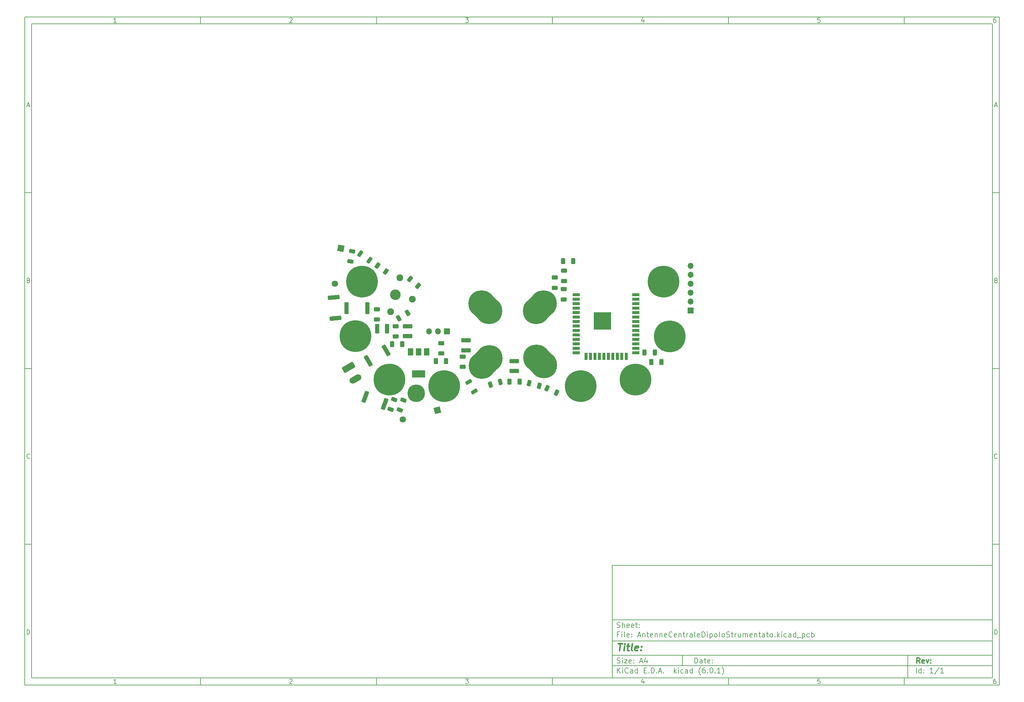
<source format=gts>
G04 #@! TF.GenerationSoftware,KiCad,Pcbnew,(6.0.1)*
G04 #@! TF.CreationDate,2022-01-29T22:50:14+01:00*
G04 #@! TF.ProjectId,AntenneCentraleDipoloStrumentato,416e7465-6e6e-4654-9365-6e7472616c65,rev?*
G04 #@! TF.SameCoordinates,Original*
G04 #@! TF.FileFunction,Soldermask,Top*
G04 #@! TF.FilePolarity,Negative*
%FSLAX46Y46*%
G04 Gerber Fmt 4.6, Leading zero omitted, Abs format (unit mm)*
G04 Created by KiCad (PCBNEW (6.0.1)) date 2022-01-29 22:50:14*
%MOMM*%
%LPD*%
G01*
G04 APERTURE LIST*
G04 Aperture macros list*
%AMRoundRect*
0 Rectangle with rounded corners*
0 $1 Rounding radius*
0 $2 $3 $4 $5 $6 $7 $8 $9 X,Y pos of 4 corners*
0 Add a 4 corners polygon primitive as box body*
4,1,4,$2,$3,$4,$5,$6,$7,$8,$9,$2,$3,0*
0 Add four circle primitives for the rounded corners*
1,1,$1+$1,$2,$3*
1,1,$1+$1,$4,$5*
1,1,$1+$1,$6,$7*
1,1,$1+$1,$8,$9*
0 Add four rect primitives between the rounded corners*
20,1,$1+$1,$2,$3,$4,$5,0*
20,1,$1+$1,$4,$5,$6,$7,0*
20,1,$1+$1,$6,$7,$8,$9,0*
20,1,$1+$1,$8,$9,$2,$3,0*%
%AMHorizOval*
0 Thick line with rounded ends*
0 $1 width*
0 $2 $3 position (X,Y) of the first rounded end (center of the circle)*
0 $4 $5 position (X,Y) of the second rounded end (center of the circle)*
0 Add line between two ends*
20,1,$1,$2,$3,$4,$5,0*
0 Add two circle primitives to create the rounded ends*
1,1,$1,$2,$3*
1,1,$1,$4,$5*%
%AMRotRect*
0 Rectangle, with rotation*
0 The origin of the aperture is its center*
0 $1 length*
0 $2 width*
0 $3 Rotation angle, in degrees counterclockwise*
0 Add horizontal line*
21,1,$1,$2,0,0,$3*%
G04 Aperture macros list end*
%ADD10C,0.100000*%
%ADD11C,0.150000*%
%ADD12C,0.300000*%
%ADD13C,0.400000*%
%ADD14RoundRect,0.250000X-0.312500X-0.625000X0.312500X-0.625000X0.312500X0.625000X-0.312500X0.625000X0*%
%ADD15RoundRect,0.250000X0.547358X0.434374X-0.019085X0.698511X-0.547358X-0.434374X0.019085X-0.698511X0*%
%ADD16RoundRect,0.250000X0.641131X0.277907X0.162353X0.679649X-0.641131X-0.277907X-0.162353X-0.679649X0*%
%ADD17RoundRect,0.250000X0.625000X-0.312500X0.625000X0.312500X-0.625000X0.312500X-0.625000X-0.312500X0*%
%ADD18RoundRect,0.250000X0.743718X0.111843X0.468718X0.588157X-0.743718X-0.111843X-0.468718X-0.588157X0*%
%ADD19RoundRect,0.250000X0.312500X0.625000X-0.312500X0.625000X-0.312500X-0.625000X0.312500X-0.625000X0*%
%ADD20RoundRect,0.250000X-0.625000X0.312500X-0.625000X-0.312500X0.625000X-0.312500X0.625000X0.312500X0*%
%ADD21RoundRect,0.250000X1.451171X-0.236924X1.387983X0.485318X-1.451171X0.236924X-1.387983X-0.485318X0*%
%ADD22HorizOval,7.500000X1.060660X-1.060660X-1.060660X1.060660X0*%
%ADD23C,0.900000*%
%ADD24C,9.000000*%
%ADD25R,1.500000X2.000000*%
%ADD26R,3.800000X2.000000*%
%ADD27HorizOval,7.500000X-1.060660X1.060660X1.060660X-1.060660X0*%
%ADD28RoundRect,0.250000X-0.041867X0.697516X-0.583133X0.385016X0.041867X-0.697516X0.583133X-0.385016X0*%
%ADD29C,3.000000*%
%ADD30C,1.950000*%
%ADD31RotRect,1.800000X1.800000X195.000000*%
%ADD32HorizOval,1.800000X0.000000X0.000000X0.000000X0.000000X0*%
%ADD33RoundRect,0.250000X0.614470X0.332727X0.102500X0.691213X-0.614470X-0.332727X-0.102500X-0.691213X0*%
%ADD34RoundRect,0.250000X0.828017X1.215080X0.146740X1.463044X-0.828017X-1.215080X-0.146740X-1.463044X0*%
%ADD35RoundRect,0.250000X-0.398566X1.415336X-1.026434X1.052836X0.398566X-1.415336X1.026434X-1.052836X0*%
%ADD36HorizOval,7.500000X1.060660X1.060660X-1.060660X-1.060660X0*%
%ADD37R,1.700000X1.700000*%
%ADD38O,1.700000X1.700000*%
%ADD39RoundRect,0.250000X0.561240X-0.416283X0.669770X0.199222X-0.561240X0.416283X-0.669770X-0.199222X0*%
%ADD40RoundRect,0.250000X0.480427X-0.507417X0.694189X0.079891X-0.480427X0.507417X-0.694189X-0.079891X0*%
%ADD41RoundRect,0.250000X0.140090X0.684585X-0.463614X0.522823X-0.140090X-0.684585X0.463614X-0.522823X0*%
%ADD42RoundRect,0.250000X0.463614X0.522823X-0.140090X0.684585X-0.463614X-0.522823X0.140090X-0.684585X0*%
%ADD43HorizOval,7.500000X-1.060660X-1.060660X1.060660X1.060660X0*%
%ADD44RoundRect,0.250000X-0.362500X-1.425000X0.362500X-1.425000X0.362500X1.425000X-0.362500X1.425000X0*%
%ADD45RoundRect,0.250000X-1.667339X-0.212083X-1.017339X-1.337917X1.667339X0.212083X1.017339X1.337917X0*%
%ADD46HorizOval,1.800000X-0.779423X-0.450000X0.779423X0.450000X0*%
%ADD47RoundRect,0.250000X1.075000X-0.375000X1.075000X0.375000X-1.075000X0.375000X-1.075000X-0.375000X0*%
%ADD48RotRect,1.800000X1.800000X260.000000*%
%ADD49HorizOval,1.800000X0.000000X0.000000X0.000000X0.000000X0*%
%ADD50R,5.000000X5.000000*%
%ADD51R,2.000000X0.900000*%
%ADD52R,0.900000X2.000000*%
%ADD53RoundRect,0.250000X-0.375000X-1.075000X0.375000X-1.075000X0.375000X1.075000X-0.375000X1.075000X0*%
%ADD54RoundRect,0.250000X0.626770X0.415673X0.176237X0.731140X-0.626770X-0.415673X-0.176237X-0.731140X0*%
%ADD55C,0.800000*%
%ADD56C,5.000000*%
G04 APERTURE END LIST*
D10*
D11*
X177002200Y-166007200D02*
X177002200Y-198007200D01*
X285002200Y-198007200D01*
X285002200Y-166007200D01*
X177002200Y-166007200D01*
D10*
D11*
X10000000Y-10000000D02*
X10000000Y-200007200D01*
X287002200Y-200007200D01*
X287002200Y-10000000D01*
X10000000Y-10000000D01*
D10*
D11*
X12000000Y-12000000D02*
X12000000Y-198007200D01*
X285002200Y-198007200D01*
X285002200Y-12000000D01*
X12000000Y-12000000D01*
D10*
D11*
X60000000Y-12000000D02*
X60000000Y-10000000D01*
D10*
D11*
X110000000Y-12000000D02*
X110000000Y-10000000D01*
D10*
D11*
X160000000Y-12000000D02*
X160000000Y-10000000D01*
D10*
D11*
X210000000Y-12000000D02*
X210000000Y-10000000D01*
D10*
D11*
X260000000Y-12000000D02*
X260000000Y-10000000D01*
D10*
D11*
X36065476Y-11588095D02*
X35322619Y-11588095D01*
X35694047Y-11588095D02*
X35694047Y-10288095D01*
X35570238Y-10473809D01*
X35446428Y-10597619D01*
X35322619Y-10659523D01*
D10*
D11*
X85322619Y-10411904D02*
X85384523Y-10350000D01*
X85508333Y-10288095D01*
X85817857Y-10288095D01*
X85941666Y-10350000D01*
X86003571Y-10411904D01*
X86065476Y-10535714D01*
X86065476Y-10659523D01*
X86003571Y-10845238D01*
X85260714Y-11588095D01*
X86065476Y-11588095D01*
D10*
D11*
X135260714Y-10288095D02*
X136065476Y-10288095D01*
X135632142Y-10783333D01*
X135817857Y-10783333D01*
X135941666Y-10845238D01*
X136003571Y-10907142D01*
X136065476Y-11030952D01*
X136065476Y-11340476D01*
X136003571Y-11464285D01*
X135941666Y-11526190D01*
X135817857Y-11588095D01*
X135446428Y-11588095D01*
X135322619Y-11526190D01*
X135260714Y-11464285D01*
D10*
D11*
X185941666Y-10721428D02*
X185941666Y-11588095D01*
X185632142Y-10226190D02*
X185322619Y-11154761D01*
X186127380Y-11154761D01*
D10*
D11*
X236003571Y-10288095D02*
X235384523Y-10288095D01*
X235322619Y-10907142D01*
X235384523Y-10845238D01*
X235508333Y-10783333D01*
X235817857Y-10783333D01*
X235941666Y-10845238D01*
X236003571Y-10907142D01*
X236065476Y-11030952D01*
X236065476Y-11340476D01*
X236003571Y-11464285D01*
X235941666Y-11526190D01*
X235817857Y-11588095D01*
X235508333Y-11588095D01*
X235384523Y-11526190D01*
X235322619Y-11464285D01*
D10*
D11*
X285941666Y-10288095D02*
X285694047Y-10288095D01*
X285570238Y-10350000D01*
X285508333Y-10411904D01*
X285384523Y-10597619D01*
X285322619Y-10845238D01*
X285322619Y-11340476D01*
X285384523Y-11464285D01*
X285446428Y-11526190D01*
X285570238Y-11588095D01*
X285817857Y-11588095D01*
X285941666Y-11526190D01*
X286003571Y-11464285D01*
X286065476Y-11340476D01*
X286065476Y-11030952D01*
X286003571Y-10907142D01*
X285941666Y-10845238D01*
X285817857Y-10783333D01*
X285570238Y-10783333D01*
X285446428Y-10845238D01*
X285384523Y-10907142D01*
X285322619Y-11030952D01*
D10*
D11*
X60000000Y-198007200D02*
X60000000Y-200007200D01*
D10*
D11*
X110000000Y-198007200D02*
X110000000Y-200007200D01*
D10*
D11*
X160000000Y-198007200D02*
X160000000Y-200007200D01*
D10*
D11*
X210000000Y-198007200D02*
X210000000Y-200007200D01*
D10*
D11*
X260000000Y-198007200D02*
X260000000Y-200007200D01*
D10*
D11*
X36065476Y-199595295D02*
X35322619Y-199595295D01*
X35694047Y-199595295D02*
X35694047Y-198295295D01*
X35570238Y-198481009D01*
X35446428Y-198604819D01*
X35322619Y-198666723D01*
D10*
D11*
X85322619Y-198419104D02*
X85384523Y-198357200D01*
X85508333Y-198295295D01*
X85817857Y-198295295D01*
X85941666Y-198357200D01*
X86003571Y-198419104D01*
X86065476Y-198542914D01*
X86065476Y-198666723D01*
X86003571Y-198852438D01*
X85260714Y-199595295D01*
X86065476Y-199595295D01*
D10*
D11*
X135260714Y-198295295D02*
X136065476Y-198295295D01*
X135632142Y-198790533D01*
X135817857Y-198790533D01*
X135941666Y-198852438D01*
X136003571Y-198914342D01*
X136065476Y-199038152D01*
X136065476Y-199347676D01*
X136003571Y-199471485D01*
X135941666Y-199533390D01*
X135817857Y-199595295D01*
X135446428Y-199595295D01*
X135322619Y-199533390D01*
X135260714Y-199471485D01*
D10*
D11*
X185941666Y-198728628D02*
X185941666Y-199595295D01*
X185632142Y-198233390D02*
X185322619Y-199161961D01*
X186127380Y-199161961D01*
D10*
D11*
X236003571Y-198295295D02*
X235384523Y-198295295D01*
X235322619Y-198914342D01*
X235384523Y-198852438D01*
X235508333Y-198790533D01*
X235817857Y-198790533D01*
X235941666Y-198852438D01*
X236003571Y-198914342D01*
X236065476Y-199038152D01*
X236065476Y-199347676D01*
X236003571Y-199471485D01*
X235941666Y-199533390D01*
X235817857Y-199595295D01*
X235508333Y-199595295D01*
X235384523Y-199533390D01*
X235322619Y-199471485D01*
D10*
D11*
X285941666Y-198295295D02*
X285694047Y-198295295D01*
X285570238Y-198357200D01*
X285508333Y-198419104D01*
X285384523Y-198604819D01*
X285322619Y-198852438D01*
X285322619Y-199347676D01*
X285384523Y-199471485D01*
X285446428Y-199533390D01*
X285570238Y-199595295D01*
X285817857Y-199595295D01*
X285941666Y-199533390D01*
X286003571Y-199471485D01*
X286065476Y-199347676D01*
X286065476Y-199038152D01*
X286003571Y-198914342D01*
X285941666Y-198852438D01*
X285817857Y-198790533D01*
X285570238Y-198790533D01*
X285446428Y-198852438D01*
X285384523Y-198914342D01*
X285322619Y-199038152D01*
D10*
D11*
X10000000Y-60000000D02*
X12000000Y-60000000D01*
D10*
D11*
X10000000Y-110000000D02*
X12000000Y-110000000D01*
D10*
D11*
X10000000Y-160000000D02*
X12000000Y-160000000D01*
D10*
D11*
X10690476Y-35216666D02*
X11309523Y-35216666D01*
X10566666Y-35588095D02*
X11000000Y-34288095D01*
X11433333Y-35588095D01*
D10*
D11*
X11092857Y-84907142D02*
X11278571Y-84969047D01*
X11340476Y-85030952D01*
X11402380Y-85154761D01*
X11402380Y-85340476D01*
X11340476Y-85464285D01*
X11278571Y-85526190D01*
X11154761Y-85588095D01*
X10659523Y-85588095D01*
X10659523Y-84288095D01*
X11092857Y-84288095D01*
X11216666Y-84350000D01*
X11278571Y-84411904D01*
X11340476Y-84535714D01*
X11340476Y-84659523D01*
X11278571Y-84783333D01*
X11216666Y-84845238D01*
X11092857Y-84907142D01*
X10659523Y-84907142D01*
D10*
D11*
X11402380Y-135464285D02*
X11340476Y-135526190D01*
X11154761Y-135588095D01*
X11030952Y-135588095D01*
X10845238Y-135526190D01*
X10721428Y-135402380D01*
X10659523Y-135278571D01*
X10597619Y-135030952D01*
X10597619Y-134845238D01*
X10659523Y-134597619D01*
X10721428Y-134473809D01*
X10845238Y-134350000D01*
X11030952Y-134288095D01*
X11154761Y-134288095D01*
X11340476Y-134350000D01*
X11402380Y-134411904D01*
D10*
D11*
X10659523Y-185588095D02*
X10659523Y-184288095D01*
X10969047Y-184288095D01*
X11154761Y-184350000D01*
X11278571Y-184473809D01*
X11340476Y-184597619D01*
X11402380Y-184845238D01*
X11402380Y-185030952D01*
X11340476Y-185278571D01*
X11278571Y-185402380D01*
X11154761Y-185526190D01*
X10969047Y-185588095D01*
X10659523Y-185588095D01*
D10*
D11*
X287002200Y-60000000D02*
X285002200Y-60000000D01*
D10*
D11*
X287002200Y-110000000D02*
X285002200Y-110000000D01*
D10*
D11*
X287002200Y-160000000D02*
X285002200Y-160000000D01*
D10*
D11*
X285692676Y-35216666D02*
X286311723Y-35216666D01*
X285568866Y-35588095D02*
X286002200Y-34288095D01*
X286435533Y-35588095D01*
D10*
D11*
X286095057Y-84907142D02*
X286280771Y-84969047D01*
X286342676Y-85030952D01*
X286404580Y-85154761D01*
X286404580Y-85340476D01*
X286342676Y-85464285D01*
X286280771Y-85526190D01*
X286156961Y-85588095D01*
X285661723Y-85588095D01*
X285661723Y-84288095D01*
X286095057Y-84288095D01*
X286218866Y-84350000D01*
X286280771Y-84411904D01*
X286342676Y-84535714D01*
X286342676Y-84659523D01*
X286280771Y-84783333D01*
X286218866Y-84845238D01*
X286095057Y-84907142D01*
X285661723Y-84907142D01*
D10*
D11*
X286404580Y-135464285D02*
X286342676Y-135526190D01*
X286156961Y-135588095D01*
X286033152Y-135588095D01*
X285847438Y-135526190D01*
X285723628Y-135402380D01*
X285661723Y-135278571D01*
X285599819Y-135030952D01*
X285599819Y-134845238D01*
X285661723Y-134597619D01*
X285723628Y-134473809D01*
X285847438Y-134350000D01*
X286033152Y-134288095D01*
X286156961Y-134288095D01*
X286342676Y-134350000D01*
X286404580Y-134411904D01*
D10*
D11*
X285661723Y-185588095D02*
X285661723Y-184288095D01*
X285971247Y-184288095D01*
X286156961Y-184350000D01*
X286280771Y-184473809D01*
X286342676Y-184597619D01*
X286404580Y-184845238D01*
X286404580Y-185030952D01*
X286342676Y-185278571D01*
X286280771Y-185402380D01*
X286156961Y-185526190D01*
X285971247Y-185588095D01*
X285661723Y-185588095D01*
D10*
D11*
X200434342Y-193785771D02*
X200434342Y-192285771D01*
X200791485Y-192285771D01*
X201005771Y-192357200D01*
X201148628Y-192500057D01*
X201220057Y-192642914D01*
X201291485Y-192928628D01*
X201291485Y-193142914D01*
X201220057Y-193428628D01*
X201148628Y-193571485D01*
X201005771Y-193714342D01*
X200791485Y-193785771D01*
X200434342Y-193785771D01*
X202577200Y-193785771D02*
X202577200Y-193000057D01*
X202505771Y-192857200D01*
X202362914Y-192785771D01*
X202077200Y-192785771D01*
X201934342Y-192857200D01*
X202577200Y-193714342D02*
X202434342Y-193785771D01*
X202077200Y-193785771D01*
X201934342Y-193714342D01*
X201862914Y-193571485D01*
X201862914Y-193428628D01*
X201934342Y-193285771D01*
X202077200Y-193214342D01*
X202434342Y-193214342D01*
X202577200Y-193142914D01*
X203077200Y-192785771D02*
X203648628Y-192785771D01*
X203291485Y-192285771D02*
X203291485Y-193571485D01*
X203362914Y-193714342D01*
X203505771Y-193785771D01*
X203648628Y-193785771D01*
X204720057Y-193714342D02*
X204577200Y-193785771D01*
X204291485Y-193785771D01*
X204148628Y-193714342D01*
X204077200Y-193571485D01*
X204077200Y-193000057D01*
X204148628Y-192857200D01*
X204291485Y-192785771D01*
X204577200Y-192785771D01*
X204720057Y-192857200D01*
X204791485Y-193000057D01*
X204791485Y-193142914D01*
X204077200Y-193285771D01*
X205434342Y-193642914D02*
X205505771Y-193714342D01*
X205434342Y-193785771D01*
X205362914Y-193714342D01*
X205434342Y-193642914D01*
X205434342Y-193785771D01*
X205434342Y-192857200D02*
X205505771Y-192928628D01*
X205434342Y-193000057D01*
X205362914Y-192928628D01*
X205434342Y-192857200D01*
X205434342Y-193000057D01*
D10*
D11*
X177002200Y-194507200D02*
X285002200Y-194507200D01*
D10*
D11*
X178434342Y-196585771D02*
X178434342Y-195085771D01*
X179291485Y-196585771D02*
X178648628Y-195728628D01*
X179291485Y-195085771D02*
X178434342Y-195942914D01*
X179934342Y-196585771D02*
X179934342Y-195585771D01*
X179934342Y-195085771D02*
X179862914Y-195157200D01*
X179934342Y-195228628D01*
X180005771Y-195157200D01*
X179934342Y-195085771D01*
X179934342Y-195228628D01*
X181505771Y-196442914D02*
X181434342Y-196514342D01*
X181220057Y-196585771D01*
X181077200Y-196585771D01*
X180862914Y-196514342D01*
X180720057Y-196371485D01*
X180648628Y-196228628D01*
X180577200Y-195942914D01*
X180577200Y-195728628D01*
X180648628Y-195442914D01*
X180720057Y-195300057D01*
X180862914Y-195157200D01*
X181077200Y-195085771D01*
X181220057Y-195085771D01*
X181434342Y-195157200D01*
X181505771Y-195228628D01*
X182791485Y-196585771D02*
X182791485Y-195800057D01*
X182720057Y-195657200D01*
X182577200Y-195585771D01*
X182291485Y-195585771D01*
X182148628Y-195657200D01*
X182791485Y-196514342D02*
X182648628Y-196585771D01*
X182291485Y-196585771D01*
X182148628Y-196514342D01*
X182077200Y-196371485D01*
X182077200Y-196228628D01*
X182148628Y-196085771D01*
X182291485Y-196014342D01*
X182648628Y-196014342D01*
X182791485Y-195942914D01*
X184148628Y-196585771D02*
X184148628Y-195085771D01*
X184148628Y-196514342D02*
X184005771Y-196585771D01*
X183720057Y-196585771D01*
X183577200Y-196514342D01*
X183505771Y-196442914D01*
X183434342Y-196300057D01*
X183434342Y-195871485D01*
X183505771Y-195728628D01*
X183577200Y-195657200D01*
X183720057Y-195585771D01*
X184005771Y-195585771D01*
X184148628Y-195657200D01*
X186005771Y-195800057D02*
X186505771Y-195800057D01*
X186720057Y-196585771D02*
X186005771Y-196585771D01*
X186005771Y-195085771D01*
X186720057Y-195085771D01*
X187362914Y-196442914D02*
X187434342Y-196514342D01*
X187362914Y-196585771D01*
X187291485Y-196514342D01*
X187362914Y-196442914D01*
X187362914Y-196585771D01*
X188077200Y-196585771D02*
X188077200Y-195085771D01*
X188434342Y-195085771D01*
X188648628Y-195157200D01*
X188791485Y-195300057D01*
X188862914Y-195442914D01*
X188934342Y-195728628D01*
X188934342Y-195942914D01*
X188862914Y-196228628D01*
X188791485Y-196371485D01*
X188648628Y-196514342D01*
X188434342Y-196585771D01*
X188077200Y-196585771D01*
X189577200Y-196442914D02*
X189648628Y-196514342D01*
X189577200Y-196585771D01*
X189505771Y-196514342D01*
X189577200Y-196442914D01*
X189577200Y-196585771D01*
X190220057Y-196157200D02*
X190934342Y-196157200D01*
X190077200Y-196585771D02*
X190577200Y-195085771D01*
X191077200Y-196585771D01*
X191577200Y-196442914D02*
X191648628Y-196514342D01*
X191577200Y-196585771D01*
X191505771Y-196514342D01*
X191577200Y-196442914D01*
X191577200Y-196585771D01*
X194577200Y-196585771D02*
X194577200Y-195085771D01*
X194720057Y-196014342D02*
X195148628Y-196585771D01*
X195148628Y-195585771D02*
X194577200Y-196157200D01*
X195791485Y-196585771D02*
X195791485Y-195585771D01*
X195791485Y-195085771D02*
X195720057Y-195157200D01*
X195791485Y-195228628D01*
X195862914Y-195157200D01*
X195791485Y-195085771D01*
X195791485Y-195228628D01*
X197148628Y-196514342D02*
X197005771Y-196585771D01*
X196720057Y-196585771D01*
X196577200Y-196514342D01*
X196505771Y-196442914D01*
X196434342Y-196300057D01*
X196434342Y-195871485D01*
X196505771Y-195728628D01*
X196577200Y-195657200D01*
X196720057Y-195585771D01*
X197005771Y-195585771D01*
X197148628Y-195657200D01*
X198434342Y-196585771D02*
X198434342Y-195800057D01*
X198362914Y-195657200D01*
X198220057Y-195585771D01*
X197934342Y-195585771D01*
X197791485Y-195657200D01*
X198434342Y-196514342D02*
X198291485Y-196585771D01*
X197934342Y-196585771D01*
X197791485Y-196514342D01*
X197720057Y-196371485D01*
X197720057Y-196228628D01*
X197791485Y-196085771D01*
X197934342Y-196014342D01*
X198291485Y-196014342D01*
X198434342Y-195942914D01*
X199791485Y-196585771D02*
X199791485Y-195085771D01*
X199791485Y-196514342D02*
X199648628Y-196585771D01*
X199362914Y-196585771D01*
X199220057Y-196514342D01*
X199148628Y-196442914D01*
X199077200Y-196300057D01*
X199077200Y-195871485D01*
X199148628Y-195728628D01*
X199220057Y-195657200D01*
X199362914Y-195585771D01*
X199648628Y-195585771D01*
X199791485Y-195657200D01*
X202077200Y-197157200D02*
X202005771Y-197085771D01*
X201862914Y-196871485D01*
X201791485Y-196728628D01*
X201720057Y-196514342D01*
X201648628Y-196157200D01*
X201648628Y-195871485D01*
X201720057Y-195514342D01*
X201791485Y-195300057D01*
X201862914Y-195157200D01*
X202005771Y-194942914D01*
X202077200Y-194871485D01*
X203291485Y-195085771D02*
X203005771Y-195085771D01*
X202862914Y-195157200D01*
X202791485Y-195228628D01*
X202648628Y-195442914D01*
X202577200Y-195728628D01*
X202577200Y-196300057D01*
X202648628Y-196442914D01*
X202720057Y-196514342D01*
X202862914Y-196585771D01*
X203148628Y-196585771D01*
X203291485Y-196514342D01*
X203362914Y-196442914D01*
X203434342Y-196300057D01*
X203434342Y-195942914D01*
X203362914Y-195800057D01*
X203291485Y-195728628D01*
X203148628Y-195657200D01*
X202862914Y-195657200D01*
X202720057Y-195728628D01*
X202648628Y-195800057D01*
X202577200Y-195942914D01*
X204077200Y-196442914D02*
X204148628Y-196514342D01*
X204077200Y-196585771D01*
X204005771Y-196514342D01*
X204077200Y-196442914D01*
X204077200Y-196585771D01*
X205077200Y-195085771D02*
X205220057Y-195085771D01*
X205362914Y-195157200D01*
X205434342Y-195228628D01*
X205505771Y-195371485D01*
X205577200Y-195657200D01*
X205577200Y-196014342D01*
X205505771Y-196300057D01*
X205434342Y-196442914D01*
X205362914Y-196514342D01*
X205220057Y-196585771D01*
X205077200Y-196585771D01*
X204934342Y-196514342D01*
X204862914Y-196442914D01*
X204791485Y-196300057D01*
X204720057Y-196014342D01*
X204720057Y-195657200D01*
X204791485Y-195371485D01*
X204862914Y-195228628D01*
X204934342Y-195157200D01*
X205077200Y-195085771D01*
X206220057Y-196442914D02*
X206291485Y-196514342D01*
X206220057Y-196585771D01*
X206148628Y-196514342D01*
X206220057Y-196442914D01*
X206220057Y-196585771D01*
X207720057Y-196585771D02*
X206862914Y-196585771D01*
X207291485Y-196585771D02*
X207291485Y-195085771D01*
X207148628Y-195300057D01*
X207005771Y-195442914D01*
X206862914Y-195514342D01*
X208220057Y-197157200D02*
X208291485Y-197085771D01*
X208434342Y-196871485D01*
X208505771Y-196728628D01*
X208577200Y-196514342D01*
X208648628Y-196157200D01*
X208648628Y-195871485D01*
X208577200Y-195514342D01*
X208505771Y-195300057D01*
X208434342Y-195157200D01*
X208291485Y-194942914D01*
X208220057Y-194871485D01*
D10*
D11*
X177002200Y-191507200D02*
X285002200Y-191507200D01*
D10*
D12*
X264411485Y-193785771D02*
X263911485Y-193071485D01*
X263554342Y-193785771D02*
X263554342Y-192285771D01*
X264125771Y-192285771D01*
X264268628Y-192357200D01*
X264340057Y-192428628D01*
X264411485Y-192571485D01*
X264411485Y-192785771D01*
X264340057Y-192928628D01*
X264268628Y-193000057D01*
X264125771Y-193071485D01*
X263554342Y-193071485D01*
X265625771Y-193714342D02*
X265482914Y-193785771D01*
X265197200Y-193785771D01*
X265054342Y-193714342D01*
X264982914Y-193571485D01*
X264982914Y-193000057D01*
X265054342Y-192857200D01*
X265197200Y-192785771D01*
X265482914Y-192785771D01*
X265625771Y-192857200D01*
X265697200Y-193000057D01*
X265697200Y-193142914D01*
X264982914Y-193285771D01*
X266197200Y-192785771D02*
X266554342Y-193785771D01*
X266911485Y-192785771D01*
X267482914Y-193642914D02*
X267554342Y-193714342D01*
X267482914Y-193785771D01*
X267411485Y-193714342D01*
X267482914Y-193642914D01*
X267482914Y-193785771D01*
X267482914Y-192857200D02*
X267554342Y-192928628D01*
X267482914Y-193000057D01*
X267411485Y-192928628D01*
X267482914Y-192857200D01*
X267482914Y-193000057D01*
D10*
D11*
X178362914Y-193714342D02*
X178577200Y-193785771D01*
X178934342Y-193785771D01*
X179077200Y-193714342D01*
X179148628Y-193642914D01*
X179220057Y-193500057D01*
X179220057Y-193357200D01*
X179148628Y-193214342D01*
X179077200Y-193142914D01*
X178934342Y-193071485D01*
X178648628Y-193000057D01*
X178505771Y-192928628D01*
X178434342Y-192857200D01*
X178362914Y-192714342D01*
X178362914Y-192571485D01*
X178434342Y-192428628D01*
X178505771Y-192357200D01*
X178648628Y-192285771D01*
X179005771Y-192285771D01*
X179220057Y-192357200D01*
X179862914Y-193785771D02*
X179862914Y-192785771D01*
X179862914Y-192285771D02*
X179791485Y-192357200D01*
X179862914Y-192428628D01*
X179934342Y-192357200D01*
X179862914Y-192285771D01*
X179862914Y-192428628D01*
X180434342Y-192785771D02*
X181220057Y-192785771D01*
X180434342Y-193785771D01*
X181220057Y-193785771D01*
X182362914Y-193714342D02*
X182220057Y-193785771D01*
X181934342Y-193785771D01*
X181791485Y-193714342D01*
X181720057Y-193571485D01*
X181720057Y-193000057D01*
X181791485Y-192857200D01*
X181934342Y-192785771D01*
X182220057Y-192785771D01*
X182362914Y-192857200D01*
X182434342Y-193000057D01*
X182434342Y-193142914D01*
X181720057Y-193285771D01*
X183077200Y-193642914D02*
X183148628Y-193714342D01*
X183077200Y-193785771D01*
X183005771Y-193714342D01*
X183077200Y-193642914D01*
X183077200Y-193785771D01*
X183077200Y-192857200D02*
X183148628Y-192928628D01*
X183077200Y-193000057D01*
X183005771Y-192928628D01*
X183077200Y-192857200D01*
X183077200Y-193000057D01*
X184862914Y-193357200D02*
X185577200Y-193357200D01*
X184720057Y-193785771D02*
X185220057Y-192285771D01*
X185720057Y-193785771D01*
X186862914Y-192785771D02*
X186862914Y-193785771D01*
X186505771Y-192214342D02*
X186148628Y-193285771D01*
X187077200Y-193285771D01*
D10*
D11*
X263434342Y-196585771D02*
X263434342Y-195085771D01*
X264791485Y-196585771D02*
X264791485Y-195085771D01*
X264791485Y-196514342D02*
X264648628Y-196585771D01*
X264362914Y-196585771D01*
X264220057Y-196514342D01*
X264148628Y-196442914D01*
X264077200Y-196300057D01*
X264077200Y-195871485D01*
X264148628Y-195728628D01*
X264220057Y-195657200D01*
X264362914Y-195585771D01*
X264648628Y-195585771D01*
X264791485Y-195657200D01*
X265505771Y-196442914D02*
X265577200Y-196514342D01*
X265505771Y-196585771D01*
X265434342Y-196514342D01*
X265505771Y-196442914D01*
X265505771Y-196585771D01*
X265505771Y-195657200D02*
X265577200Y-195728628D01*
X265505771Y-195800057D01*
X265434342Y-195728628D01*
X265505771Y-195657200D01*
X265505771Y-195800057D01*
X268148628Y-196585771D02*
X267291485Y-196585771D01*
X267720057Y-196585771D02*
X267720057Y-195085771D01*
X267577200Y-195300057D01*
X267434342Y-195442914D01*
X267291485Y-195514342D01*
X269862914Y-195014342D02*
X268577200Y-196942914D01*
X271148628Y-196585771D02*
X270291485Y-196585771D01*
X270720057Y-196585771D02*
X270720057Y-195085771D01*
X270577200Y-195300057D01*
X270434342Y-195442914D01*
X270291485Y-195514342D01*
D10*
D11*
X177002200Y-187507200D02*
X285002200Y-187507200D01*
D10*
D13*
X178714580Y-188211961D02*
X179857438Y-188211961D01*
X179036009Y-190211961D02*
X179286009Y-188211961D01*
X180274104Y-190211961D02*
X180440771Y-188878628D01*
X180524104Y-188211961D02*
X180416961Y-188307200D01*
X180500295Y-188402438D01*
X180607438Y-188307200D01*
X180524104Y-188211961D01*
X180500295Y-188402438D01*
X181107438Y-188878628D02*
X181869342Y-188878628D01*
X181476485Y-188211961D02*
X181262200Y-189926247D01*
X181333628Y-190116723D01*
X181512200Y-190211961D01*
X181702676Y-190211961D01*
X182655057Y-190211961D02*
X182476485Y-190116723D01*
X182405057Y-189926247D01*
X182619342Y-188211961D01*
X184190771Y-190116723D02*
X183988390Y-190211961D01*
X183607438Y-190211961D01*
X183428866Y-190116723D01*
X183357438Y-189926247D01*
X183452676Y-189164342D01*
X183571723Y-188973866D01*
X183774104Y-188878628D01*
X184155057Y-188878628D01*
X184333628Y-188973866D01*
X184405057Y-189164342D01*
X184381247Y-189354819D01*
X183405057Y-189545295D01*
X185155057Y-190021485D02*
X185238390Y-190116723D01*
X185131247Y-190211961D01*
X185047914Y-190116723D01*
X185155057Y-190021485D01*
X185131247Y-190211961D01*
X185286009Y-188973866D02*
X185369342Y-189069104D01*
X185262200Y-189164342D01*
X185178866Y-189069104D01*
X185286009Y-188973866D01*
X185262200Y-189164342D01*
D10*
D11*
X178934342Y-185600057D02*
X178434342Y-185600057D01*
X178434342Y-186385771D02*
X178434342Y-184885771D01*
X179148628Y-184885771D01*
X179720057Y-186385771D02*
X179720057Y-185385771D01*
X179720057Y-184885771D02*
X179648628Y-184957200D01*
X179720057Y-185028628D01*
X179791485Y-184957200D01*
X179720057Y-184885771D01*
X179720057Y-185028628D01*
X180648628Y-186385771D02*
X180505771Y-186314342D01*
X180434342Y-186171485D01*
X180434342Y-184885771D01*
X181791485Y-186314342D02*
X181648628Y-186385771D01*
X181362914Y-186385771D01*
X181220057Y-186314342D01*
X181148628Y-186171485D01*
X181148628Y-185600057D01*
X181220057Y-185457200D01*
X181362914Y-185385771D01*
X181648628Y-185385771D01*
X181791485Y-185457200D01*
X181862914Y-185600057D01*
X181862914Y-185742914D01*
X181148628Y-185885771D01*
X182505771Y-186242914D02*
X182577200Y-186314342D01*
X182505771Y-186385771D01*
X182434342Y-186314342D01*
X182505771Y-186242914D01*
X182505771Y-186385771D01*
X182505771Y-185457200D02*
X182577200Y-185528628D01*
X182505771Y-185600057D01*
X182434342Y-185528628D01*
X182505771Y-185457200D01*
X182505771Y-185600057D01*
X184291485Y-185957200D02*
X185005771Y-185957200D01*
X184148628Y-186385771D02*
X184648628Y-184885771D01*
X185148628Y-186385771D01*
X185648628Y-185385771D02*
X185648628Y-186385771D01*
X185648628Y-185528628D02*
X185720057Y-185457200D01*
X185862914Y-185385771D01*
X186077200Y-185385771D01*
X186220057Y-185457200D01*
X186291485Y-185600057D01*
X186291485Y-186385771D01*
X186791485Y-185385771D02*
X187362914Y-185385771D01*
X187005771Y-184885771D02*
X187005771Y-186171485D01*
X187077200Y-186314342D01*
X187220057Y-186385771D01*
X187362914Y-186385771D01*
X188434342Y-186314342D02*
X188291485Y-186385771D01*
X188005771Y-186385771D01*
X187862914Y-186314342D01*
X187791485Y-186171485D01*
X187791485Y-185600057D01*
X187862914Y-185457200D01*
X188005771Y-185385771D01*
X188291485Y-185385771D01*
X188434342Y-185457200D01*
X188505771Y-185600057D01*
X188505771Y-185742914D01*
X187791485Y-185885771D01*
X189148628Y-185385771D02*
X189148628Y-186385771D01*
X189148628Y-185528628D02*
X189220057Y-185457200D01*
X189362914Y-185385771D01*
X189577200Y-185385771D01*
X189720057Y-185457200D01*
X189791485Y-185600057D01*
X189791485Y-186385771D01*
X190505771Y-185385771D02*
X190505771Y-186385771D01*
X190505771Y-185528628D02*
X190577200Y-185457200D01*
X190720057Y-185385771D01*
X190934342Y-185385771D01*
X191077200Y-185457200D01*
X191148628Y-185600057D01*
X191148628Y-186385771D01*
X192434342Y-186314342D02*
X192291485Y-186385771D01*
X192005771Y-186385771D01*
X191862914Y-186314342D01*
X191791485Y-186171485D01*
X191791485Y-185600057D01*
X191862914Y-185457200D01*
X192005771Y-185385771D01*
X192291485Y-185385771D01*
X192434342Y-185457200D01*
X192505771Y-185600057D01*
X192505771Y-185742914D01*
X191791485Y-185885771D01*
X194005771Y-186242914D02*
X193934342Y-186314342D01*
X193720057Y-186385771D01*
X193577200Y-186385771D01*
X193362914Y-186314342D01*
X193220057Y-186171485D01*
X193148628Y-186028628D01*
X193077200Y-185742914D01*
X193077200Y-185528628D01*
X193148628Y-185242914D01*
X193220057Y-185100057D01*
X193362914Y-184957200D01*
X193577200Y-184885771D01*
X193720057Y-184885771D01*
X193934342Y-184957200D01*
X194005771Y-185028628D01*
X195220057Y-186314342D02*
X195077200Y-186385771D01*
X194791485Y-186385771D01*
X194648628Y-186314342D01*
X194577200Y-186171485D01*
X194577200Y-185600057D01*
X194648628Y-185457200D01*
X194791485Y-185385771D01*
X195077200Y-185385771D01*
X195220057Y-185457200D01*
X195291485Y-185600057D01*
X195291485Y-185742914D01*
X194577200Y-185885771D01*
X195934342Y-185385771D02*
X195934342Y-186385771D01*
X195934342Y-185528628D02*
X196005771Y-185457200D01*
X196148628Y-185385771D01*
X196362914Y-185385771D01*
X196505771Y-185457200D01*
X196577200Y-185600057D01*
X196577200Y-186385771D01*
X197077200Y-185385771D02*
X197648628Y-185385771D01*
X197291485Y-184885771D02*
X197291485Y-186171485D01*
X197362914Y-186314342D01*
X197505771Y-186385771D01*
X197648628Y-186385771D01*
X198148628Y-186385771D02*
X198148628Y-185385771D01*
X198148628Y-185671485D02*
X198220057Y-185528628D01*
X198291485Y-185457200D01*
X198434342Y-185385771D01*
X198577200Y-185385771D01*
X199720057Y-186385771D02*
X199720057Y-185600057D01*
X199648628Y-185457200D01*
X199505771Y-185385771D01*
X199220057Y-185385771D01*
X199077200Y-185457200D01*
X199720057Y-186314342D02*
X199577200Y-186385771D01*
X199220057Y-186385771D01*
X199077200Y-186314342D01*
X199005771Y-186171485D01*
X199005771Y-186028628D01*
X199077200Y-185885771D01*
X199220057Y-185814342D01*
X199577200Y-185814342D01*
X199720057Y-185742914D01*
X200648628Y-186385771D02*
X200505771Y-186314342D01*
X200434342Y-186171485D01*
X200434342Y-184885771D01*
X201791485Y-186314342D02*
X201648628Y-186385771D01*
X201362914Y-186385771D01*
X201220057Y-186314342D01*
X201148628Y-186171485D01*
X201148628Y-185600057D01*
X201220057Y-185457200D01*
X201362914Y-185385771D01*
X201648628Y-185385771D01*
X201791485Y-185457200D01*
X201862914Y-185600057D01*
X201862914Y-185742914D01*
X201148628Y-185885771D01*
X202505771Y-186385771D02*
X202505771Y-184885771D01*
X202862914Y-184885771D01*
X203077200Y-184957200D01*
X203220057Y-185100057D01*
X203291485Y-185242914D01*
X203362914Y-185528628D01*
X203362914Y-185742914D01*
X203291485Y-186028628D01*
X203220057Y-186171485D01*
X203077200Y-186314342D01*
X202862914Y-186385771D01*
X202505771Y-186385771D01*
X204005771Y-186385771D02*
X204005771Y-185385771D01*
X204005771Y-184885771D02*
X203934342Y-184957200D01*
X204005771Y-185028628D01*
X204077200Y-184957200D01*
X204005771Y-184885771D01*
X204005771Y-185028628D01*
X204720057Y-185385771D02*
X204720057Y-186885771D01*
X204720057Y-185457200D02*
X204862914Y-185385771D01*
X205148628Y-185385771D01*
X205291485Y-185457200D01*
X205362914Y-185528628D01*
X205434342Y-185671485D01*
X205434342Y-186100057D01*
X205362914Y-186242914D01*
X205291485Y-186314342D01*
X205148628Y-186385771D01*
X204862914Y-186385771D01*
X204720057Y-186314342D01*
X206291485Y-186385771D02*
X206148628Y-186314342D01*
X206077200Y-186242914D01*
X206005771Y-186100057D01*
X206005771Y-185671485D01*
X206077200Y-185528628D01*
X206148628Y-185457200D01*
X206291485Y-185385771D01*
X206505771Y-185385771D01*
X206648628Y-185457200D01*
X206720057Y-185528628D01*
X206791485Y-185671485D01*
X206791485Y-186100057D01*
X206720057Y-186242914D01*
X206648628Y-186314342D01*
X206505771Y-186385771D01*
X206291485Y-186385771D01*
X207648628Y-186385771D02*
X207505771Y-186314342D01*
X207434342Y-186171485D01*
X207434342Y-184885771D01*
X208434342Y-186385771D02*
X208291485Y-186314342D01*
X208220057Y-186242914D01*
X208148628Y-186100057D01*
X208148628Y-185671485D01*
X208220057Y-185528628D01*
X208291485Y-185457200D01*
X208434342Y-185385771D01*
X208648628Y-185385771D01*
X208791485Y-185457200D01*
X208862914Y-185528628D01*
X208934342Y-185671485D01*
X208934342Y-186100057D01*
X208862914Y-186242914D01*
X208791485Y-186314342D01*
X208648628Y-186385771D01*
X208434342Y-186385771D01*
X209505771Y-186314342D02*
X209720057Y-186385771D01*
X210077200Y-186385771D01*
X210220057Y-186314342D01*
X210291485Y-186242914D01*
X210362914Y-186100057D01*
X210362914Y-185957200D01*
X210291485Y-185814342D01*
X210220057Y-185742914D01*
X210077200Y-185671485D01*
X209791485Y-185600057D01*
X209648628Y-185528628D01*
X209577200Y-185457200D01*
X209505771Y-185314342D01*
X209505771Y-185171485D01*
X209577200Y-185028628D01*
X209648628Y-184957200D01*
X209791485Y-184885771D01*
X210148628Y-184885771D01*
X210362914Y-184957200D01*
X210791485Y-185385771D02*
X211362914Y-185385771D01*
X211005771Y-184885771D02*
X211005771Y-186171485D01*
X211077200Y-186314342D01*
X211220057Y-186385771D01*
X211362914Y-186385771D01*
X211862914Y-186385771D02*
X211862914Y-185385771D01*
X211862914Y-185671485D02*
X211934342Y-185528628D01*
X212005771Y-185457200D01*
X212148628Y-185385771D01*
X212291485Y-185385771D01*
X213434342Y-185385771D02*
X213434342Y-186385771D01*
X212791485Y-185385771D02*
X212791485Y-186171485D01*
X212862914Y-186314342D01*
X213005771Y-186385771D01*
X213220057Y-186385771D01*
X213362914Y-186314342D01*
X213434342Y-186242914D01*
X214148628Y-186385771D02*
X214148628Y-185385771D01*
X214148628Y-185528628D02*
X214220057Y-185457200D01*
X214362914Y-185385771D01*
X214577200Y-185385771D01*
X214720057Y-185457200D01*
X214791485Y-185600057D01*
X214791485Y-186385771D01*
X214791485Y-185600057D02*
X214862914Y-185457200D01*
X215005771Y-185385771D01*
X215220057Y-185385771D01*
X215362914Y-185457200D01*
X215434342Y-185600057D01*
X215434342Y-186385771D01*
X216720057Y-186314342D02*
X216577200Y-186385771D01*
X216291485Y-186385771D01*
X216148628Y-186314342D01*
X216077200Y-186171485D01*
X216077200Y-185600057D01*
X216148628Y-185457200D01*
X216291485Y-185385771D01*
X216577200Y-185385771D01*
X216720057Y-185457200D01*
X216791485Y-185600057D01*
X216791485Y-185742914D01*
X216077200Y-185885771D01*
X217434342Y-185385771D02*
X217434342Y-186385771D01*
X217434342Y-185528628D02*
X217505771Y-185457200D01*
X217648628Y-185385771D01*
X217862914Y-185385771D01*
X218005771Y-185457200D01*
X218077200Y-185600057D01*
X218077200Y-186385771D01*
X218577200Y-185385771D02*
X219148628Y-185385771D01*
X218791485Y-184885771D02*
X218791485Y-186171485D01*
X218862914Y-186314342D01*
X219005771Y-186385771D01*
X219148628Y-186385771D01*
X220291485Y-186385771D02*
X220291485Y-185600057D01*
X220220057Y-185457200D01*
X220077200Y-185385771D01*
X219791485Y-185385771D01*
X219648628Y-185457200D01*
X220291485Y-186314342D02*
X220148628Y-186385771D01*
X219791485Y-186385771D01*
X219648628Y-186314342D01*
X219577200Y-186171485D01*
X219577200Y-186028628D01*
X219648628Y-185885771D01*
X219791485Y-185814342D01*
X220148628Y-185814342D01*
X220291485Y-185742914D01*
X220791485Y-185385771D02*
X221362914Y-185385771D01*
X221005771Y-184885771D02*
X221005771Y-186171485D01*
X221077200Y-186314342D01*
X221220057Y-186385771D01*
X221362914Y-186385771D01*
X222077200Y-186385771D02*
X221934342Y-186314342D01*
X221862914Y-186242914D01*
X221791485Y-186100057D01*
X221791485Y-185671485D01*
X221862914Y-185528628D01*
X221934342Y-185457200D01*
X222077200Y-185385771D01*
X222291485Y-185385771D01*
X222434342Y-185457200D01*
X222505771Y-185528628D01*
X222577200Y-185671485D01*
X222577200Y-186100057D01*
X222505771Y-186242914D01*
X222434342Y-186314342D01*
X222291485Y-186385771D01*
X222077200Y-186385771D01*
X223220057Y-186242914D02*
X223291485Y-186314342D01*
X223220057Y-186385771D01*
X223148628Y-186314342D01*
X223220057Y-186242914D01*
X223220057Y-186385771D01*
X223934342Y-186385771D02*
X223934342Y-184885771D01*
X224077200Y-185814342D02*
X224505771Y-186385771D01*
X224505771Y-185385771D02*
X223934342Y-185957200D01*
X225148628Y-186385771D02*
X225148628Y-185385771D01*
X225148628Y-184885771D02*
X225077200Y-184957200D01*
X225148628Y-185028628D01*
X225220057Y-184957200D01*
X225148628Y-184885771D01*
X225148628Y-185028628D01*
X226505771Y-186314342D02*
X226362914Y-186385771D01*
X226077200Y-186385771D01*
X225934342Y-186314342D01*
X225862914Y-186242914D01*
X225791485Y-186100057D01*
X225791485Y-185671485D01*
X225862914Y-185528628D01*
X225934342Y-185457200D01*
X226077200Y-185385771D01*
X226362914Y-185385771D01*
X226505771Y-185457200D01*
X227791485Y-186385771D02*
X227791485Y-185600057D01*
X227720057Y-185457200D01*
X227577200Y-185385771D01*
X227291485Y-185385771D01*
X227148628Y-185457200D01*
X227791485Y-186314342D02*
X227648628Y-186385771D01*
X227291485Y-186385771D01*
X227148628Y-186314342D01*
X227077200Y-186171485D01*
X227077200Y-186028628D01*
X227148628Y-185885771D01*
X227291485Y-185814342D01*
X227648628Y-185814342D01*
X227791485Y-185742914D01*
X229148628Y-186385771D02*
X229148628Y-184885771D01*
X229148628Y-186314342D02*
X229005771Y-186385771D01*
X228720057Y-186385771D01*
X228577200Y-186314342D01*
X228505771Y-186242914D01*
X228434342Y-186100057D01*
X228434342Y-185671485D01*
X228505771Y-185528628D01*
X228577200Y-185457200D01*
X228720057Y-185385771D01*
X229005771Y-185385771D01*
X229148628Y-185457200D01*
X229505771Y-186528628D02*
X230648628Y-186528628D01*
X231005771Y-185385771D02*
X231005771Y-186885771D01*
X231005771Y-185457200D02*
X231148628Y-185385771D01*
X231434342Y-185385771D01*
X231577200Y-185457200D01*
X231648628Y-185528628D01*
X231720057Y-185671485D01*
X231720057Y-186100057D01*
X231648628Y-186242914D01*
X231577200Y-186314342D01*
X231434342Y-186385771D01*
X231148628Y-186385771D01*
X231005771Y-186314342D01*
X233005771Y-186314342D02*
X232862914Y-186385771D01*
X232577200Y-186385771D01*
X232434342Y-186314342D01*
X232362914Y-186242914D01*
X232291485Y-186100057D01*
X232291485Y-185671485D01*
X232362914Y-185528628D01*
X232434342Y-185457200D01*
X232577200Y-185385771D01*
X232862914Y-185385771D01*
X233005771Y-185457200D01*
X233648628Y-186385771D02*
X233648628Y-184885771D01*
X233648628Y-185457200D02*
X233791485Y-185385771D01*
X234077200Y-185385771D01*
X234220057Y-185457200D01*
X234291485Y-185528628D01*
X234362914Y-185671485D01*
X234362914Y-186100057D01*
X234291485Y-186242914D01*
X234220057Y-186314342D01*
X234077200Y-186385771D01*
X233791485Y-186385771D01*
X233648628Y-186314342D01*
D10*
D11*
X177002200Y-181507200D02*
X285002200Y-181507200D01*
D10*
D11*
X178362914Y-183614342D02*
X178577200Y-183685771D01*
X178934342Y-183685771D01*
X179077200Y-183614342D01*
X179148628Y-183542914D01*
X179220057Y-183400057D01*
X179220057Y-183257200D01*
X179148628Y-183114342D01*
X179077200Y-183042914D01*
X178934342Y-182971485D01*
X178648628Y-182900057D01*
X178505771Y-182828628D01*
X178434342Y-182757200D01*
X178362914Y-182614342D01*
X178362914Y-182471485D01*
X178434342Y-182328628D01*
X178505771Y-182257200D01*
X178648628Y-182185771D01*
X179005771Y-182185771D01*
X179220057Y-182257200D01*
X179862914Y-183685771D02*
X179862914Y-182185771D01*
X180505771Y-183685771D02*
X180505771Y-182900057D01*
X180434342Y-182757200D01*
X180291485Y-182685771D01*
X180077200Y-182685771D01*
X179934342Y-182757200D01*
X179862914Y-182828628D01*
X181791485Y-183614342D02*
X181648628Y-183685771D01*
X181362914Y-183685771D01*
X181220057Y-183614342D01*
X181148628Y-183471485D01*
X181148628Y-182900057D01*
X181220057Y-182757200D01*
X181362914Y-182685771D01*
X181648628Y-182685771D01*
X181791485Y-182757200D01*
X181862914Y-182900057D01*
X181862914Y-183042914D01*
X181148628Y-183185771D01*
X183077200Y-183614342D02*
X182934342Y-183685771D01*
X182648628Y-183685771D01*
X182505771Y-183614342D01*
X182434342Y-183471485D01*
X182434342Y-182900057D01*
X182505771Y-182757200D01*
X182648628Y-182685771D01*
X182934342Y-182685771D01*
X183077200Y-182757200D01*
X183148628Y-182900057D01*
X183148628Y-183042914D01*
X182434342Y-183185771D01*
X183577200Y-182685771D02*
X184148628Y-182685771D01*
X183791485Y-182185771D02*
X183791485Y-183471485D01*
X183862914Y-183614342D01*
X184005771Y-183685771D01*
X184148628Y-183685771D01*
X184648628Y-183542914D02*
X184720057Y-183614342D01*
X184648628Y-183685771D01*
X184577200Y-183614342D01*
X184648628Y-183542914D01*
X184648628Y-183685771D01*
X184648628Y-182757200D02*
X184720057Y-182828628D01*
X184648628Y-182900057D01*
X184577200Y-182828628D01*
X184648628Y-182757200D01*
X184648628Y-182900057D01*
D10*
D12*
D10*
D11*
D10*
D11*
D10*
D11*
D10*
D11*
D10*
D11*
X197002200Y-191507200D02*
X197002200Y-194507200D01*
D10*
D11*
X261002200Y-191507200D02*
X261002200Y-198007200D01*
D14*
X147762500Y-113741200D03*
X150687500Y-113741200D03*
D15*
X161116875Y-116848479D03*
X158465925Y-115612321D03*
D16*
X121744940Y-86436477D03*
X119504260Y-84556323D03*
D17*
X163245800Y-82154300D03*
X163245800Y-85079300D03*
D18*
X136169300Y-113799610D03*
X137744300Y-116527590D03*
D19*
X163002500Y-79476600D03*
X165927500Y-79476600D03*
D20*
X110083600Y-93127100D03*
X110083600Y-96052100D03*
D21*
X98302199Y-95661227D03*
X97785801Y-89758773D03*
D22*
X140928100Y-92566500D03*
D23*
X141210236Y-96413868D03*
X138647681Y-94846919D03*
X137635811Y-93730398D03*
X137215082Y-90904092D03*
X140645964Y-88719132D03*
X137080732Y-92284364D03*
X143862593Y-95500993D03*
X139265692Y-88853482D03*
X143208519Y-90286081D03*
X144775468Y-92848636D03*
X144641118Y-94228908D03*
X142590508Y-96279518D03*
X144220389Y-91402602D03*
X142091998Y-89274211D03*
X137993607Y-89632007D03*
X139764202Y-95858789D03*
X193344800Y-97513800D03*
X195731285Y-103275285D03*
X189969800Y-100888800D03*
X196719800Y-100888800D03*
D24*
X193344800Y-100888800D03*
D23*
X190958315Y-103275285D03*
X195731285Y-98502315D03*
X190958315Y-98502315D03*
X193344800Y-104263800D03*
D25*
X119670800Y-105231800D03*
D26*
X121970800Y-111531800D03*
D25*
X121970800Y-105231800D03*
X124270800Y-105231800D03*
D23*
X156181864Y-104153432D03*
X153171711Y-109164698D03*
X154801592Y-104287782D03*
X155300102Y-111293089D03*
X153529507Y-105066307D03*
X152750982Y-106338392D03*
X160177018Y-109663208D03*
X159756289Y-106836902D03*
X152616632Y-107718664D03*
X160311368Y-108282936D03*
D27*
X156464000Y-108000800D03*
D23*
X158126408Y-111713818D03*
X157627898Y-104708511D03*
X156746136Y-111848168D03*
X158744419Y-105720381D03*
X159398493Y-110935293D03*
X154183581Y-110281219D03*
D28*
X118792362Y-94213950D03*
X116259238Y-95676450D03*
D29*
X115308600Y-89020900D03*
D30*
X114014505Y-93850529D03*
X120138229Y-90314995D03*
X116602695Y-84191271D03*
D31*
X127258700Y-121849800D03*
D32*
X117444894Y-124479401D03*
D17*
X134442200Y-109514100D03*
X134442200Y-106589100D03*
D33*
X112627810Y-82372856D03*
X110231790Y-80695144D03*
D19*
X129783300Y-107924600D03*
X126858300Y-107924600D03*
D23*
X189129515Y-87679685D03*
X188141000Y-85293200D03*
X193902485Y-82906715D03*
X191516000Y-81918200D03*
X193902485Y-87679685D03*
X189129515Y-82906715D03*
D24*
X191516000Y-85293200D03*
D23*
X191516000Y-88668200D03*
X194891000Y-85293200D03*
D14*
X190997300Y-108153200D03*
X188072300Y-108153200D03*
D17*
X160655000Y-84110100D03*
X160655000Y-87035100D03*
D23*
X116076885Y-110795915D03*
X111303915Y-110795915D03*
X116076885Y-115568885D03*
X110315400Y-113182400D03*
X113690400Y-109807400D03*
X113690400Y-116557400D03*
D24*
X113690400Y-113182400D03*
D23*
X111303915Y-115568885D03*
X117065400Y-113182400D03*
D20*
X128346200Y-102779100D03*
X128346200Y-105704100D03*
D23*
X164671400Y-115011200D03*
X170432885Y-117397685D03*
X171421400Y-115011200D03*
X165659915Y-112624715D03*
X168046400Y-118386200D03*
X170432885Y-112624715D03*
X165659915Y-117397685D03*
X168046400Y-111636200D03*
D24*
X168046400Y-115011200D03*
D34*
X112334039Y-120113835D03*
X106766361Y-118087365D03*
D35*
X112750800Y-104843150D03*
X107619600Y-107805650D03*
D23*
X155249302Y-89265311D03*
D36*
X156413200Y-92557600D03*
D23*
X160260568Y-92275464D03*
X156695336Y-88710232D03*
X160126218Y-90895192D03*
X159347693Y-89623107D03*
X156131064Y-96404968D03*
X152700182Y-94220008D03*
X158693619Y-94838019D03*
X154750792Y-96270618D03*
X153478707Y-95492093D03*
X152565832Y-92839736D03*
X154132781Y-90277181D03*
X159705489Y-93721498D03*
X158075608Y-88844582D03*
X153120911Y-91393702D03*
X157577098Y-95849889D03*
D17*
X115443000Y-100878100D03*
X115443000Y-97953100D03*
D37*
X130007600Y-99440600D03*
D38*
X127467600Y-99440600D03*
X124927600Y-99440600D03*
D39*
X102565240Y-79545281D03*
X103073160Y-76664719D03*
D23*
X105867200Y-81918200D03*
X103480715Y-82906715D03*
X103480715Y-87679685D03*
X105867200Y-88668200D03*
X108253685Y-87679685D03*
D24*
X105867200Y-85293200D03*
D23*
X102492200Y-85293200D03*
X108253685Y-82906715D03*
X109242200Y-85293200D03*
D40*
X114028396Y-121592500D03*
X115028804Y-118843900D03*
D41*
X145151267Y-113845277D03*
X142325933Y-114602323D03*
D42*
X156200267Y-114881723D03*
X153374933Y-114124677D03*
D23*
X180216200Y-113131600D03*
X181204715Y-110745115D03*
X185977685Y-110745115D03*
X183591200Y-109756600D03*
X181204715Y-115518085D03*
X185977685Y-115518085D03*
X186966200Y-113131600D03*
X183591200Y-116506600D03*
D24*
X183591200Y-113131600D03*
D23*
X144724918Y-106448892D03*
X143292319Y-110391719D03*
X142674308Y-104398282D03*
X138731481Y-105830881D03*
X137298882Y-109773708D03*
X139349492Y-111824318D03*
X140729764Y-111958668D03*
X138077407Y-111045793D03*
X144304189Y-109275198D03*
X139848002Y-104819011D03*
X142175798Y-111403589D03*
X143946393Y-105176807D03*
X144859268Y-107829164D03*
X137719611Y-106947402D03*
X141294036Y-104263932D03*
X137164532Y-108393436D03*
D43*
X141011900Y-108111300D03*
D44*
X101482300Y-92862400D03*
X107407300Y-92862400D03*
D45*
X102062000Y-109652800D03*
D46*
X103967000Y-112952357D03*
D37*
X199212600Y-93497800D03*
D38*
X199212600Y-90957800D03*
X199212600Y-88417800D03*
X199212600Y-85877800D03*
X199212600Y-83337800D03*
X199212600Y-80797800D03*
D47*
X135407400Y-104803400D03*
X135407400Y-102003400D03*
D48*
X99891300Y-75845400D03*
D49*
X98127035Y-85851047D03*
D19*
X189066900Y-105460800D03*
X186141900Y-105460800D03*
D14*
X117337300Y-103073200D03*
X114412300Y-103073200D03*
D23*
X104038400Y-104162200D03*
X101651915Y-98400715D03*
X100663400Y-100787200D03*
X106424885Y-103173685D03*
D24*
X104038400Y-100787200D03*
D23*
X106424885Y-98400715D03*
X107413400Y-100787200D03*
X101651915Y-103173685D03*
X104038400Y-97412200D03*
D47*
X118821200Y-100764800D03*
X118821200Y-97964800D03*
D50*
X174209200Y-96501600D03*
D51*
X183709200Y-89001600D03*
X183709200Y-90271600D03*
X183709200Y-91541600D03*
X183709200Y-92811600D03*
X183709200Y-94081600D03*
X183709200Y-95351600D03*
X183709200Y-96621600D03*
X183709200Y-97891600D03*
X183709200Y-99161600D03*
X183709200Y-100431600D03*
X183709200Y-101701600D03*
X183709200Y-102971600D03*
X183709200Y-104241600D03*
X183709200Y-105511600D03*
D52*
X180924200Y-106511600D03*
X179654200Y-106511600D03*
X178384200Y-106511600D03*
X177114200Y-106511600D03*
X175844200Y-106511600D03*
X174574200Y-106511600D03*
X173304200Y-106511600D03*
X172034200Y-106511600D03*
X170764200Y-106511600D03*
X169494200Y-106511600D03*
D51*
X166709200Y-105511600D03*
X166709200Y-104241600D03*
X166709200Y-102971600D03*
X166709200Y-101701600D03*
X166709200Y-100431600D03*
X166709200Y-99161600D03*
X166709200Y-97891600D03*
X166709200Y-96621600D03*
X166709200Y-95351600D03*
X166709200Y-94081600D03*
X166709200Y-92811600D03*
X166709200Y-91541600D03*
X166709200Y-90271600D03*
X166709200Y-89001600D03*
D40*
X116619196Y-121744900D03*
X117619604Y-118996300D03*
D53*
X110207600Y-98679000D03*
X113007600Y-98679000D03*
D54*
X107970164Y-79160783D03*
X105389836Y-77354017D03*
D23*
X129235200Y-111636200D03*
X131621685Y-117397685D03*
X125860200Y-115011200D03*
X129235200Y-118386200D03*
X126848715Y-112624715D03*
D24*
X129235200Y-115011200D03*
D23*
X131621685Y-112624715D03*
X132610200Y-115011200D03*
X126848715Y-117397685D03*
D20*
X163220400Y-87412100D03*
X163220400Y-90337100D03*
D47*
X149123400Y-110696200D03*
X149123400Y-107896200D03*
D55*
X121234200Y-115168200D03*
X119908375Y-115717375D03*
X122560025Y-118369025D03*
X123109200Y-117043200D03*
X122560025Y-115717375D03*
X119908375Y-118369025D03*
X121234200Y-118918200D03*
X119359200Y-117043200D03*
D56*
X121234200Y-117043200D03*
M02*

</source>
